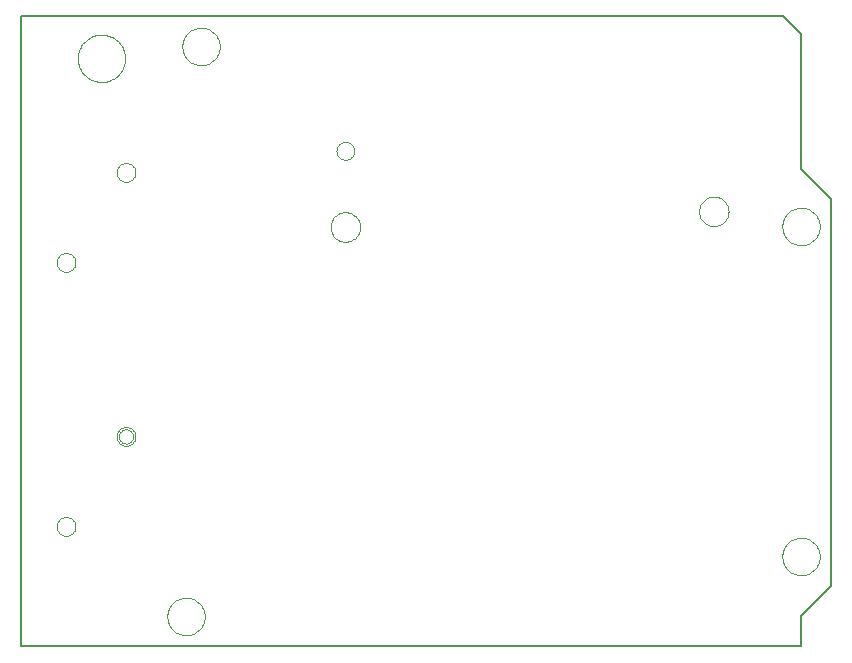
<source format=gbp>
G75*
G70*
%OFA0B0*%
%FSLAX24Y24*%
%IPPOS*%
%LPD*%
%AMOC8*
5,1,8,0,0,1.08239X$1,22.5*
%
%ADD10C,0.0000*%
%ADD11C,0.0050*%
D10*
X002370Y004500D02*
X002372Y004535D01*
X002378Y004570D01*
X002388Y004604D01*
X002401Y004637D01*
X002418Y004668D01*
X002439Y004696D01*
X002462Y004723D01*
X002489Y004746D01*
X002517Y004767D01*
X002548Y004784D01*
X002581Y004797D01*
X002615Y004807D01*
X002650Y004813D01*
X002685Y004815D01*
X002720Y004813D01*
X002755Y004807D01*
X002789Y004797D01*
X002822Y004784D01*
X002853Y004767D01*
X002881Y004746D01*
X002908Y004723D01*
X002931Y004696D01*
X002952Y004668D01*
X002969Y004637D01*
X002982Y004604D01*
X002992Y004570D01*
X002998Y004535D01*
X003000Y004500D01*
X002998Y004465D01*
X002992Y004430D01*
X002982Y004396D01*
X002969Y004363D01*
X002952Y004332D01*
X002931Y004304D01*
X002908Y004277D01*
X002881Y004254D01*
X002853Y004233D01*
X002822Y004216D01*
X002789Y004203D01*
X002755Y004193D01*
X002720Y004187D01*
X002685Y004185D01*
X002650Y004187D01*
X002615Y004193D01*
X002581Y004203D01*
X002548Y004216D01*
X002517Y004233D01*
X002489Y004254D01*
X002462Y004277D01*
X002439Y004304D01*
X002418Y004332D01*
X002401Y004363D01*
X002388Y004396D01*
X002378Y004430D01*
X002372Y004465D01*
X002370Y004500D01*
X002372Y004535D01*
X002378Y004570D01*
X002388Y004604D01*
X002401Y004637D01*
X002418Y004668D01*
X002439Y004696D01*
X002462Y004723D01*
X002489Y004746D01*
X002517Y004767D01*
X002548Y004784D01*
X002581Y004797D01*
X002615Y004807D01*
X002650Y004813D01*
X002685Y004815D01*
X002720Y004813D01*
X002755Y004807D01*
X002789Y004797D01*
X002822Y004784D01*
X002853Y004767D01*
X002881Y004746D01*
X002908Y004723D01*
X002931Y004696D01*
X002952Y004668D01*
X002969Y004637D01*
X002982Y004604D01*
X002992Y004570D01*
X002998Y004535D01*
X003000Y004500D01*
X002998Y004465D01*
X002992Y004430D01*
X002982Y004396D01*
X002969Y004363D01*
X002952Y004332D01*
X002931Y004304D01*
X002908Y004277D01*
X002881Y004254D01*
X002853Y004233D01*
X002822Y004216D01*
X002789Y004203D01*
X002755Y004193D01*
X002720Y004187D01*
X002685Y004185D01*
X002650Y004187D01*
X002615Y004193D01*
X002581Y004203D01*
X002548Y004216D01*
X002517Y004233D01*
X002489Y004254D01*
X002462Y004277D01*
X002439Y004304D01*
X002418Y004332D01*
X002401Y004363D01*
X002388Y004396D01*
X002378Y004430D01*
X002372Y004465D01*
X002370Y004500D01*
X004370Y007500D02*
X004372Y007535D01*
X004378Y007570D01*
X004388Y007604D01*
X004401Y007637D01*
X004418Y007668D01*
X004439Y007696D01*
X004462Y007723D01*
X004489Y007746D01*
X004517Y007767D01*
X004548Y007784D01*
X004581Y007797D01*
X004615Y007807D01*
X004650Y007813D01*
X004685Y007815D01*
X004720Y007813D01*
X004755Y007807D01*
X004789Y007797D01*
X004822Y007784D01*
X004853Y007767D01*
X004881Y007746D01*
X004908Y007723D01*
X004931Y007696D01*
X004952Y007668D01*
X004969Y007637D01*
X004982Y007604D01*
X004992Y007570D01*
X004998Y007535D01*
X005000Y007500D01*
X004998Y007465D01*
X004992Y007430D01*
X004982Y007396D01*
X004969Y007363D01*
X004952Y007332D01*
X004931Y007304D01*
X004908Y007277D01*
X004881Y007254D01*
X004853Y007233D01*
X004822Y007216D01*
X004789Y007203D01*
X004755Y007193D01*
X004720Y007187D01*
X004685Y007185D01*
X004650Y007187D01*
X004615Y007193D01*
X004581Y007203D01*
X004548Y007216D01*
X004517Y007233D01*
X004489Y007254D01*
X004462Y007277D01*
X004439Y007304D01*
X004418Y007332D01*
X004401Y007363D01*
X004388Y007396D01*
X004378Y007430D01*
X004372Y007465D01*
X004370Y007500D01*
X004449Y007500D02*
X004451Y007530D01*
X004457Y007560D01*
X004466Y007589D01*
X004479Y007616D01*
X004496Y007641D01*
X004515Y007664D01*
X004538Y007685D01*
X004563Y007702D01*
X004589Y007716D01*
X004618Y007726D01*
X004647Y007733D01*
X004677Y007736D01*
X004708Y007735D01*
X004738Y007730D01*
X004767Y007721D01*
X004794Y007709D01*
X004820Y007694D01*
X004844Y007675D01*
X004865Y007653D01*
X004883Y007629D01*
X004898Y007602D01*
X004909Y007574D01*
X004917Y007545D01*
X004921Y007515D01*
X004921Y007485D01*
X004917Y007455D01*
X004909Y007426D01*
X004898Y007398D01*
X004883Y007371D01*
X004865Y007347D01*
X004844Y007325D01*
X004820Y007306D01*
X004794Y007291D01*
X004767Y007279D01*
X004738Y007270D01*
X004708Y007265D01*
X004677Y007264D01*
X004647Y007267D01*
X004618Y007274D01*
X004589Y007284D01*
X004563Y007298D01*
X004538Y007315D01*
X004515Y007336D01*
X004496Y007359D01*
X004479Y007384D01*
X004466Y007411D01*
X004457Y007440D01*
X004451Y007470D01*
X004449Y007500D01*
X002370Y013300D02*
X002372Y013335D01*
X002378Y013370D01*
X002388Y013404D01*
X002401Y013437D01*
X002418Y013468D01*
X002439Y013496D01*
X002462Y013523D01*
X002489Y013546D01*
X002517Y013567D01*
X002548Y013584D01*
X002581Y013597D01*
X002615Y013607D01*
X002650Y013613D01*
X002685Y013615D01*
X002720Y013613D01*
X002755Y013607D01*
X002789Y013597D01*
X002822Y013584D01*
X002853Y013567D01*
X002881Y013546D01*
X002908Y013523D01*
X002931Y013496D01*
X002952Y013468D01*
X002969Y013437D01*
X002982Y013404D01*
X002992Y013370D01*
X002998Y013335D01*
X003000Y013300D01*
X002998Y013265D01*
X002992Y013230D01*
X002982Y013196D01*
X002969Y013163D01*
X002952Y013132D01*
X002931Y013104D01*
X002908Y013077D01*
X002881Y013054D01*
X002853Y013033D01*
X002822Y013016D01*
X002789Y013003D01*
X002755Y012993D01*
X002720Y012987D01*
X002685Y012985D01*
X002650Y012987D01*
X002615Y012993D01*
X002581Y013003D01*
X002548Y013016D01*
X002517Y013033D01*
X002489Y013054D01*
X002462Y013077D01*
X002439Y013104D01*
X002418Y013132D01*
X002401Y013163D01*
X002388Y013196D01*
X002378Y013230D01*
X002372Y013265D01*
X002370Y013300D01*
X002372Y013335D01*
X002378Y013370D01*
X002388Y013404D01*
X002401Y013437D01*
X002418Y013468D01*
X002439Y013496D01*
X002462Y013523D01*
X002489Y013546D01*
X002517Y013567D01*
X002548Y013584D01*
X002581Y013597D01*
X002615Y013607D01*
X002650Y013613D01*
X002685Y013615D01*
X002720Y013613D01*
X002755Y013607D01*
X002789Y013597D01*
X002822Y013584D01*
X002853Y013567D01*
X002881Y013546D01*
X002908Y013523D01*
X002931Y013496D01*
X002952Y013468D01*
X002969Y013437D01*
X002982Y013404D01*
X002992Y013370D01*
X002998Y013335D01*
X003000Y013300D01*
X002998Y013265D01*
X002992Y013230D01*
X002982Y013196D01*
X002969Y013163D01*
X002952Y013132D01*
X002931Y013104D01*
X002908Y013077D01*
X002881Y013054D01*
X002853Y013033D01*
X002822Y013016D01*
X002789Y013003D01*
X002755Y012993D01*
X002720Y012987D01*
X002685Y012985D01*
X002650Y012987D01*
X002615Y012993D01*
X002581Y013003D01*
X002548Y013016D01*
X002517Y013033D01*
X002489Y013054D01*
X002462Y013077D01*
X002439Y013104D01*
X002418Y013132D01*
X002401Y013163D01*
X002388Y013196D01*
X002378Y013230D01*
X002372Y013265D01*
X002370Y013300D01*
X004370Y016300D02*
X004372Y016335D01*
X004378Y016370D01*
X004388Y016404D01*
X004401Y016437D01*
X004418Y016468D01*
X004439Y016496D01*
X004462Y016523D01*
X004489Y016546D01*
X004517Y016567D01*
X004548Y016584D01*
X004581Y016597D01*
X004615Y016607D01*
X004650Y016613D01*
X004685Y016615D01*
X004720Y016613D01*
X004755Y016607D01*
X004789Y016597D01*
X004822Y016584D01*
X004853Y016567D01*
X004881Y016546D01*
X004908Y016523D01*
X004931Y016496D01*
X004952Y016468D01*
X004969Y016437D01*
X004982Y016404D01*
X004992Y016370D01*
X004998Y016335D01*
X005000Y016300D01*
X004998Y016265D01*
X004992Y016230D01*
X004982Y016196D01*
X004969Y016163D01*
X004952Y016132D01*
X004931Y016104D01*
X004908Y016077D01*
X004881Y016054D01*
X004853Y016033D01*
X004822Y016016D01*
X004789Y016003D01*
X004755Y015993D01*
X004720Y015987D01*
X004685Y015985D01*
X004650Y015987D01*
X004615Y015993D01*
X004581Y016003D01*
X004548Y016016D01*
X004517Y016033D01*
X004489Y016054D01*
X004462Y016077D01*
X004439Y016104D01*
X004418Y016132D01*
X004401Y016163D01*
X004388Y016196D01*
X004378Y016230D01*
X004372Y016265D01*
X004370Y016300D01*
X004372Y016335D01*
X004378Y016370D01*
X004388Y016404D01*
X004401Y016437D01*
X004418Y016468D01*
X004439Y016496D01*
X004462Y016523D01*
X004489Y016546D01*
X004517Y016567D01*
X004548Y016584D01*
X004581Y016597D01*
X004615Y016607D01*
X004650Y016613D01*
X004685Y016615D01*
X004720Y016613D01*
X004755Y016607D01*
X004789Y016597D01*
X004822Y016584D01*
X004853Y016567D01*
X004881Y016546D01*
X004908Y016523D01*
X004931Y016496D01*
X004952Y016468D01*
X004969Y016437D01*
X004982Y016404D01*
X004992Y016370D01*
X004998Y016335D01*
X005000Y016300D01*
X004998Y016265D01*
X004992Y016230D01*
X004982Y016196D01*
X004969Y016163D01*
X004952Y016132D01*
X004931Y016104D01*
X004908Y016077D01*
X004881Y016054D01*
X004853Y016033D01*
X004822Y016016D01*
X004789Y016003D01*
X004755Y015993D01*
X004720Y015987D01*
X004685Y015985D01*
X004650Y015987D01*
X004615Y015993D01*
X004581Y016003D01*
X004548Y016016D01*
X004517Y016033D01*
X004489Y016054D01*
X004462Y016077D01*
X004439Y016104D01*
X004418Y016132D01*
X004401Y016163D01*
X004388Y016196D01*
X004378Y016230D01*
X004372Y016265D01*
X004370Y016300D01*
X003075Y020102D02*
X003077Y020158D01*
X003083Y020213D01*
X003093Y020267D01*
X003106Y020321D01*
X003124Y020374D01*
X003145Y020425D01*
X003169Y020475D01*
X003197Y020523D01*
X003229Y020569D01*
X003263Y020613D01*
X003301Y020654D01*
X003341Y020692D01*
X003384Y020727D01*
X003429Y020759D01*
X003477Y020788D01*
X003526Y020814D01*
X003577Y020836D01*
X003629Y020854D01*
X003683Y020868D01*
X003738Y020879D01*
X003793Y020886D01*
X003848Y020889D01*
X003904Y020888D01*
X003959Y020883D01*
X004014Y020874D01*
X004068Y020862D01*
X004121Y020845D01*
X004173Y020825D01*
X004223Y020801D01*
X004271Y020774D01*
X004318Y020744D01*
X004362Y020710D01*
X004404Y020673D01*
X004442Y020633D01*
X004479Y020591D01*
X004512Y020546D01*
X004541Y020500D01*
X004568Y020451D01*
X004590Y020400D01*
X004610Y020348D01*
X004625Y020294D01*
X004637Y020240D01*
X004645Y020185D01*
X004649Y020130D01*
X004649Y020074D01*
X004645Y020019D01*
X004637Y019964D01*
X004625Y019910D01*
X004610Y019856D01*
X004590Y019804D01*
X004568Y019753D01*
X004541Y019704D01*
X004512Y019658D01*
X004479Y019613D01*
X004442Y019571D01*
X004404Y019531D01*
X004362Y019494D01*
X004318Y019460D01*
X004271Y019430D01*
X004223Y019403D01*
X004173Y019379D01*
X004121Y019359D01*
X004068Y019342D01*
X004014Y019330D01*
X003959Y019321D01*
X003904Y019316D01*
X003848Y019315D01*
X003793Y019318D01*
X003738Y019325D01*
X003683Y019336D01*
X003629Y019350D01*
X003577Y019368D01*
X003526Y019390D01*
X003477Y019416D01*
X003429Y019445D01*
X003384Y019477D01*
X003341Y019512D01*
X003301Y019550D01*
X003263Y019591D01*
X003229Y019635D01*
X003197Y019681D01*
X003169Y019729D01*
X003145Y019779D01*
X003124Y019830D01*
X003106Y019883D01*
X003093Y019937D01*
X003083Y019991D01*
X003077Y020046D01*
X003075Y020102D01*
X006560Y020500D02*
X006562Y020550D01*
X006568Y020599D01*
X006578Y020648D01*
X006591Y020695D01*
X006609Y020742D01*
X006630Y020787D01*
X006654Y020830D01*
X006682Y020871D01*
X006713Y020910D01*
X006747Y020946D01*
X006784Y020980D01*
X006824Y021010D01*
X006865Y021037D01*
X006909Y021061D01*
X006954Y021081D01*
X007001Y021097D01*
X007049Y021110D01*
X007098Y021119D01*
X007148Y021124D01*
X007197Y021125D01*
X007247Y021122D01*
X007296Y021115D01*
X007345Y021104D01*
X007392Y021090D01*
X007438Y021071D01*
X007483Y021049D01*
X007526Y021024D01*
X007566Y020995D01*
X007604Y020963D01*
X007640Y020929D01*
X007673Y020891D01*
X007702Y020851D01*
X007728Y020809D01*
X007751Y020765D01*
X007770Y020719D01*
X007786Y020672D01*
X007798Y020623D01*
X007806Y020574D01*
X007810Y020525D01*
X007810Y020475D01*
X007806Y020426D01*
X007798Y020377D01*
X007786Y020328D01*
X007770Y020281D01*
X007751Y020235D01*
X007728Y020191D01*
X007702Y020149D01*
X007673Y020109D01*
X007640Y020071D01*
X007604Y020037D01*
X007566Y020005D01*
X007526Y019976D01*
X007483Y019951D01*
X007438Y019929D01*
X007392Y019910D01*
X007345Y019896D01*
X007296Y019885D01*
X007247Y019878D01*
X007197Y019875D01*
X007148Y019876D01*
X007098Y019881D01*
X007049Y019890D01*
X007001Y019903D01*
X006954Y019919D01*
X006909Y019939D01*
X006865Y019963D01*
X006824Y019990D01*
X006784Y020020D01*
X006747Y020054D01*
X006713Y020090D01*
X006682Y020129D01*
X006654Y020170D01*
X006630Y020213D01*
X006609Y020258D01*
X006591Y020305D01*
X006578Y020352D01*
X006568Y020401D01*
X006562Y020450D01*
X006560Y020500D01*
X011700Y017020D02*
X011702Y017054D01*
X011708Y017088D01*
X011718Y017121D01*
X011731Y017152D01*
X011749Y017182D01*
X011769Y017210D01*
X011793Y017235D01*
X011819Y017257D01*
X011847Y017275D01*
X011878Y017291D01*
X011910Y017303D01*
X011944Y017311D01*
X011978Y017315D01*
X012012Y017315D01*
X012046Y017311D01*
X012080Y017303D01*
X012112Y017291D01*
X012142Y017275D01*
X012171Y017257D01*
X012197Y017235D01*
X012221Y017210D01*
X012241Y017182D01*
X012259Y017152D01*
X012272Y017121D01*
X012282Y017088D01*
X012288Y017054D01*
X012290Y017020D01*
X012288Y016986D01*
X012282Y016952D01*
X012272Y016919D01*
X012259Y016888D01*
X012241Y016858D01*
X012221Y016830D01*
X012197Y016805D01*
X012171Y016783D01*
X012143Y016765D01*
X012112Y016749D01*
X012080Y016737D01*
X012046Y016729D01*
X012012Y016725D01*
X011978Y016725D01*
X011944Y016729D01*
X011910Y016737D01*
X011878Y016749D01*
X011847Y016765D01*
X011819Y016783D01*
X011793Y016805D01*
X011769Y016830D01*
X011749Y016858D01*
X011731Y016888D01*
X011718Y016919D01*
X011708Y016952D01*
X011702Y016986D01*
X011700Y017020D01*
X011503Y014480D02*
X011505Y014524D01*
X011511Y014568D01*
X011521Y014611D01*
X011534Y014653D01*
X011552Y014693D01*
X011573Y014732D01*
X011597Y014769D01*
X011624Y014804D01*
X011655Y014836D01*
X011688Y014865D01*
X011724Y014891D01*
X011762Y014913D01*
X011802Y014932D01*
X011843Y014948D01*
X011886Y014960D01*
X011929Y014968D01*
X011973Y014972D01*
X012017Y014972D01*
X012061Y014968D01*
X012104Y014960D01*
X012147Y014948D01*
X012188Y014932D01*
X012228Y014913D01*
X012266Y014891D01*
X012302Y014865D01*
X012335Y014836D01*
X012366Y014804D01*
X012393Y014769D01*
X012417Y014732D01*
X012438Y014693D01*
X012456Y014653D01*
X012469Y014611D01*
X012479Y014568D01*
X012485Y014524D01*
X012487Y014480D01*
X012485Y014436D01*
X012479Y014392D01*
X012469Y014349D01*
X012456Y014307D01*
X012438Y014267D01*
X012417Y014228D01*
X012393Y014191D01*
X012366Y014156D01*
X012335Y014124D01*
X012302Y014095D01*
X012266Y014069D01*
X012228Y014047D01*
X012188Y014028D01*
X012147Y014012D01*
X012104Y014000D01*
X012061Y013992D01*
X012017Y013988D01*
X011973Y013988D01*
X011929Y013992D01*
X011886Y014000D01*
X011843Y014012D01*
X011802Y014028D01*
X011762Y014047D01*
X011724Y014069D01*
X011688Y014095D01*
X011655Y014124D01*
X011624Y014156D01*
X011597Y014191D01*
X011573Y014228D01*
X011552Y014267D01*
X011534Y014307D01*
X011521Y014349D01*
X011511Y014392D01*
X011505Y014436D01*
X011503Y014480D01*
X023783Y015000D02*
X023785Y015044D01*
X023791Y015088D01*
X023801Y015131D01*
X023814Y015173D01*
X023832Y015213D01*
X023853Y015252D01*
X023877Y015289D01*
X023904Y015324D01*
X023935Y015356D01*
X023968Y015385D01*
X024004Y015411D01*
X024042Y015433D01*
X024082Y015452D01*
X024123Y015468D01*
X024166Y015480D01*
X024209Y015488D01*
X024253Y015492D01*
X024297Y015492D01*
X024341Y015488D01*
X024384Y015480D01*
X024427Y015468D01*
X024468Y015452D01*
X024508Y015433D01*
X024546Y015411D01*
X024582Y015385D01*
X024615Y015356D01*
X024646Y015324D01*
X024673Y015289D01*
X024697Y015252D01*
X024718Y015213D01*
X024736Y015173D01*
X024749Y015131D01*
X024759Y015088D01*
X024765Y015044D01*
X024767Y015000D01*
X024765Y014956D01*
X024759Y014912D01*
X024749Y014869D01*
X024736Y014827D01*
X024718Y014787D01*
X024697Y014748D01*
X024673Y014711D01*
X024646Y014676D01*
X024615Y014644D01*
X024582Y014615D01*
X024546Y014589D01*
X024508Y014567D01*
X024468Y014548D01*
X024427Y014532D01*
X024384Y014520D01*
X024341Y014512D01*
X024297Y014508D01*
X024253Y014508D01*
X024209Y014512D01*
X024166Y014520D01*
X024123Y014532D01*
X024082Y014548D01*
X024042Y014567D01*
X024004Y014589D01*
X023968Y014615D01*
X023935Y014644D01*
X023904Y014676D01*
X023877Y014711D01*
X023853Y014748D01*
X023832Y014787D01*
X023814Y014827D01*
X023801Y014869D01*
X023791Y014912D01*
X023785Y014956D01*
X023783Y015000D01*
X026560Y014500D02*
X026562Y014550D01*
X026568Y014599D01*
X026578Y014648D01*
X026591Y014695D01*
X026609Y014742D01*
X026630Y014787D01*
X026654Y014830D01*
X026682Y014871D01*
X026713Y014910D01*
X026747Y014946D01*
X026784Y014980D01*
X026824Y015010D01*
X026865Y015037D01*
X026909Y015061D01*
X026954Y015081D01*
X027001Y015097D01*
X027049Y015110D01*
X027098Y015119D01*
X027148Y015124D01*
X027197Y015125D01*
X027247Y015122D01*
X027296Y015115D01*
X027345Y015104D01*
X027392Y015090D01*
X027438Y015071D01*
X027483Y015049D01*
X027526Y015024D01*
X027566Y014995D01*
X027604Y014963D01*
X027640Y014929D01*
X027673Y014891D01*
X027702Y014851D01*
X027728Y014809D01*
X027751Y014765D01*
X027770Y014719D01*
X027786Y014672D01*
X027798Y014623D01*
X027806Y014574D01*
X027810Y014525D01*
X027810Y014475D01*
X027806Y014426D01*
X027798Y014377D01*
X027786Y014328D01*
X027770Y014281D01*
X027751Y014235D01*
X027728Y014191D01*
X027702Y014149D01*
X027673Y014109D01*
X027640Y014071D01*
X027604Y014037D01*
X027566Y014005D01*
X027526Y013976D01*
X027483Y013951D01*
X027438Y013929D01*
X027392Y013910D01*
X027345Y013896D01*
X027296Y013885D01*
X027247Y013878D01*
X027197Y013875D01*
X027148Y013876D01*
X027098Y013881D01*
X027049Y013890D01*
X027001Y013903D01*
X026954Y013919D01*
X026909Y013939D01*
X026865Y013963D01*
X026824Y013990D01*
X026784Y014020D01*
X026747Y014054D01*
X026713Y014090D01*
X026682Y014129D01*
X026654Y014170D01*
X026630Y014213D01*
X026609Y014258D01*
X026591Y014305D01*
X026578Y014352D01*
X026568Y014401D01*
X026562Y014450D01*
X026560Y014500D01*
X026560Y003500D02*
X026562Y003550D01*
X026568Y003599D01*
X026578Y003648D01*
X026591Y003695D01*
X026609Y003742D01*
X026630Y003787D01*
X026654Y003830D01*
X026682Y003871D01*
X026713Y003910D01*
X026747Y003946D01*
X026784Y003980D01*
X026824Y004010D01*
X026865Y004037D01*
X026909Y004061D01*
X026954Y004081D01*
X027001Y004097D01*
X027049Y004110D01*
X027098Y004119D01*
X027148Y004124D01*
X027197Y004125D01*
X027247Y004122D01*
X027296Y004115D01*
X027345Y004104D01*
X027392Y004090D01*
X027438Y004071D01*
X027483Y004049D01*
X027526Y004024D01*
X027566Y003995D01*
X027604Y003963D01*
X027640Y003929D01*
X027673Y003891D01*
X027702Y003851D01*
X027728Y003809D01*
X027751Y003765D01*
X027770Y003719D01*
X027786Y003672D01*
X027798Y003623D01*
X027806Y003574D01*
X027810Y003525D01*
X027810Y003475D01*
X027806Y003426D01*
X027798Y003377D01*
X027786Y003328D01*
X027770Y003281D01*
X027751Y003235D01*
X027728Y003191D01*
X027702Y003149D01*
X027673Y003109D01*
X027640Y003071D01*
X027604Y003037D01*
X027566Y003005D01*
X027526Y002976D01*
X027483Y002951D01*
X027438Y002929D01*
X027392Y002910D01*
X027345Y002896D01*
X027296Y002885D01*
X027247Y002878D01*
X027197Y002875D01*
X027148Y002876D01*
X027098Y002881D01*
X027049Y002890D01*
X027001Y002903D01*
X026954Y002919D01*
X026909Y002939D01*
X026865Y002963D01*
X026824Y002990D01*
X026784Y003020D01*
X026747Y003054D01*
X026713Y003090D01*
X026682Y003129D01*
X026654Y003170D01*
X026630Y003213D01*
X026609Y003258D01*
X026591Y003305D01*
X026578Y003352D01*
X026568Y003401D01*
X026562Y003450D01*
X026560Y003500D01*
X006060Y001500D02*
X006062Y001550D01*
X006068Y001599D01*
X006078Y001648D01*
X006091Y001695D01*
X006109Y001742D01*
X006130Y001787D01*
X006154Y001830D01*
X006182Y001871D01*
X006213Y001910D01*
X006247Y001946D01*
X006284Y001980D01*
X006324Y002010D01*
X006365Y002037D01*
X006409Y002061D01*
X006454Y002081D01*
X006501Y002097D01*
X006549Y002110D01*
X006598Y002119D01*
X006648Y002124D01*
X006697Y002125D01*
X006747Y002122D01*
X006796Y002115D01*
X006845Y002104D01*
X006892Y002090D01*
X006938Y002071D01*
X006983Y002049D01*
X007026Y002024D01*
X007066Y001995D01*
X007104Y001963D01*
X007140Y001929D01*
X007173Y001891D01*
X007202Y001851D01*
X007228Y001809D01*
X007251Y001765D01*
X007270Y001719D01*
X007286Y001672D01*
X007298Y001623D01*
X007306Y001574D01*
X007310Y001525D01*
X007310Y001475D01*
X007306Y001426D01*
X007298Y001377D01*
X007286Y001328D01*
X007270Y001281D01*
X007251Y001235D01*
X007228Y001191D01*
X007202Y001149D01*
X007173Y001109D01*
X007140Y001071D01*
X007104Y001037D01*
X007066Y001005D01*
X007026Y000976D01*
X006983Y000951D01*
X006938Y000929D01*
X006892Y000910D01*
X006845Y000896D01*
X006796Y000885D01*
X006747Y000878D01*
X006697Y000875D01*
X006648Y000876D01*
X006598Y000881D01*
X006549Y000890D01*
X006501Y000903D01*
X006454Y000919D01*
X006409Y000939D01*
X006365Y000963D01*
X006324Y000990D01*
X006284Y001020D01*
X006247Y001054D01*
X006213Y001090D01*
X006182Y001129D01*
X006154Y001170D01*
X006130Y001213D01*
X006109Y001258D01*
X006091Y001305D01*
X006078Y001352D01*
X006068Y001401D01*
X006062Y001450D01*
X006060Y001500D01*
D11*
X001185Y000500D02*
X001185Y021500D01*
X026585Y021500D01*
X027185Y020900D01*
X027185Y016400D01*
X028185Y015400D01*
X028185Y002500D01*
X027185Y001500D01*
X027185Y000500D01*
X001185Y000500D01*
M02*

</source>
